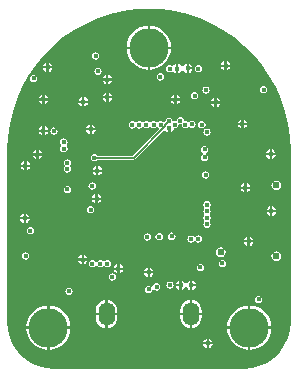
<source format=gbr>
%FSTAX25Y25*%
%MOIN*%
%SFA1B1*%

%IPPOS*%
%ADD30C,0.005000*%
%ADD34O,0.055118X0.076772*%
%ADD35C,0.131000*%
%ADD36C,0.016000*%
%ADD37C,0.024000*%
%LNdigit_copper_signal_1-1*%
%LPD*%
G36*
X0053571Y0117908D02*
X0057893Y0117305D01*
X0062141Y0116306*
X0066279Y0114919*
X0070271Y0113157*
X0074083Y0111033*
X0077683Y0108567*
X008104Y0105779*
X0084126Y0102694*
X0086914Y0099336*
X008938Y0095736*
X0091503Y0091924*
X0093266Y0087932*
X0094653Y0083794*
X0095652Y0079547*
X0096255Y0075225*
X0096456Y0070866*
Y0013779*
X0096217Y0011044*
X0095506Y0008393*
X0094346Y0005905*
X0092772Y0003656*
X0090831Y0001715*
X0088582Y0000141*
X0086094Y-0001018*
X0083443Y-0001729*
X0080708Y-0001968*
X0017716*
X0014981Y-0001729*
X001233Y-0001018*
X0009842Y0000141*
X0007593Y0001715*
X0005652Y0003656*
X0004078Y0005905*
X0002918Y0008393*
X0002207Y0011044*
X0001968Y0013779*
Y0070866*
X000217Y0075225*
X0002772Y0079547*
X0003771Y0083794*
X0005158Y0087932*
X0006921Y0091924*
X0009044Y0095736*
X001151Y0099336*
X0014298Y0102694*
X0017384Y0105779*
X0020741Y0108567*
X0024341Y0111033*
X0028154Y0113157*
X0032145Y0114919*
X0036283Y0116306*
X0040531Y0117305*
X0044853Y0117908*
X0049212Y011811*
X0053571Y0117908*
G37*
%LNdigit_copper_signal_1-2*%
%LPC*%
G36*
X0049612Y0112464D02*
Y0105518D01*
X0056558*
X0056456Y0106558*
X0056035Y0107944*
X0055353Y0109221*
X0054434Y011034*
X0053315Y0111258*
X0052038Y0111941*
X0050653Y0112361*
X0049612Y0112464*
G37*
G36*
X0048812D02*
X0047771Y0112361D01*
X0046386Y0111941*
X0045109Y0111258*
X004399Y011034*
X0043071Y0109221*
X0042389Y0107944*
X0041968Y0106558*
X0041866Y0105518*
X0048812*
Y0112464*
G37*
G36*
X0031462Y0103585D02*
X0030994Y0103492D01*
X0030597Y0103227*
X0030331Y010283*
X0030238Y0102362*
X0030331Y0101894*
X0030597Y0101497*
X0030994Y0101231*
X0031462Y0101138*
X003193Y0101231*
X0032327Y0101497*
X0032592Y0101894*
X0032685Y0102362*
X0032592Y010283*
X0032327Y0103227*
X003193Y0103492*
X0031462Y0103585*
G37*
G36*
X00752Y0100651D02*
Y00995D01*
X0076351*
X0076307Y0099724*
X0075953Y0100253*
X0075424Y0100607*
X00752Y0100651*
G37*
G36*
X00744D02*
X0074175Y0100607D01*
X0073646Y0100253*
X0073292Y0099724*
X0073248Y00995*
X00744*
Y0100651*
G37*
G36*
X0058261Y0099706D02*
X0058037Y0099662D01*
X0057507Y0099308*
X0057449Y0099221*
X0056796Y0099144*
X0056668Y009923*
X00562Y0099323*
X0055731Y009923*
X0055334Y0098965*
X0055069Y0098568*
X0054976Y00981*
X0055069Y0097631*
X0055334Y0097234*
X0055731Y0096969*
X00562Y0096876*
X0056668Y0096969*
X0056847Y0097089*
X0057486Y0097033*
X0057507Y0097001*
X0058037Y0096647*
X0058261Y0096603*
Y0098155*
Y0099706*
G37*
G36*
X00159Y0100151D02*
Y0099D01*
X0017051*
X0017007Y0099224*
X0016653Y0099753*
X0016124Y0100107*
X00159Y0100151*
G37*
G36*
X00151D02*
X0014875Y0100107D01*
X0014346Y0099753*
X0013992Y0099224*
X0013948Y0099*
X00151*
Y0100151*
G37*
G36*
X0061804Y0099851D02*
X006158Y0099807D01*
X0061051Y0099453*
X0060697Y0098924*
X0060673Y0098803*
X0060213Y0098781*
X0060161Y009879*
X0059815Y0099308*
X0059285Y0099662*
X0059061Y0099706*
Y0098155*
Y0096603*
X0059285Y0096647*
X0059815Y0097001*
X0060168Y009753*
X0060192Y0097651*
X0060652Y0097673*
X0060705Y0097664*
X0061051Y0097146*
X006158Y0096792*
X0061804Y0096748*
Y00983*
Y0099851*
G37*
G36*
X0062604D02*
Y00987D01*
X0063756*
X0063711Y0098924*
X0063358Y0099453*
X0062829Y0099807*
X0062604Y0099851*
G37*
G36*
X0056558Y0104718D02*
X0049612D01*
Y0097771*
X0050653Y0097874*
X0052038Y0098294*
X0053315Y0098977*
X0054434Y0099895*
X0055353Y0101014*
X0056035Y0102291*
X0056456Y0103677*
X0056558Y0104718*
G37*
G36*
X0048812D02*
X0041866D01*
X0041968Y0103677*
X0042389Y0102291*
X0043071Y0101014*
X004399Y0099895*
X0045109Y0098977*
X0046386Y0098294*
X0047771Y0097874*
X0048812Y0097771*
Y0104718*
G37*
G36*
X0076351Y00987D02*
X00752D01*
Y0097548*
X0075424Y0097592*
X0075953Y0097946*
X0076307Y0098475*
X0076351Y00987*
G37*
G36*
X00744D02*
X0073248D01*
X0073292Y0098475*
X0073646Y0097946*
X0074175Y0097592*
X00744Y0097548*
Y00987*
G37*
G36*
X0017051Y00982D02*
X00159D01*
Y0097048*
X0016124Y0097092*
X0016653Y0097446*
X0017007Y0097975*
X0017051Y00982*
G37*
G36*
X00151D02*
X0013948D01*
X0013992Y0097975*
X0014346Y0097446*
X0014875Y0097092*
X00151Y0097048*
Y00982*
G37*
G36*
X0065748Y0099371D02*
X0065279Y0099278D01*
X0064882Y0099013*
X0064617Y0098616*
X0064524Y0098148*
X0064617Y0097679*
X0064882Y0097282*
X0065279Y0097017*
X0065748Y0096924*
X0066216Y0097017*
X0066613Y0097282*
X0066878Y0097679*
X0066971Y0098148*
X0066878Y0098616*
X0066613Y0099013*
X0066216Y0099278*
X0065748Y0099371*
G37*
G36*
X0063756Y00979D02*
X0062604D01*
Y0096748*
X0062829Y0096792*
X0063358Y0097146*
X0063711Y0097675*
X0063756Y00979*
G37*
G36*
X0032283Y0098523D02*
X0031815Y009843D01*
X0031418Y0098165*
X0031153Y0097768*
X0031059Y00973*
X0031153Y0096831*
X0031418Y0096434*
X0031815Y0096169*
X0032283Y0096076*
X0032751Y0096169*
X0033148Y0096434*
X0033413Y0096831*
X0033507Y00973*
X0033413Y0097768*
X0033148Y0098165*
X0032751Y009843*
X0032283Y0098523*
G37*
G36*
X00357Y009604D02*
Y0094888D01*
X0036851*
X0036807Y0095112*
X0036453Y0095641*
X0035924Y0095995*
X00357Y009604*
G37*
G36*
X00349D02*
X0034675Y0095995D01*
X0034146Y0095641*
X0033792Y0095112*
X0033748Y0094888*
X00349*
Y009604*
G37*
G36*
X00531Y0096623D02*
X0052631Y009653D01*
X0052234Y0096265*
X0051969Y0095868*
X0051876Y00954*
X0051969Y0094931*
X0052234Y0094534*
X0052631Y0094269*
X00531Y0094176*
X0053568Y0094269*
X0053965Y0094534*
X005423Y0094931*
X0054323Y00954*
X005423Y0095868*
X0053965Y0096265*
X0053568Y009653*
X00531Y0096623*
G37*
G36*
X00108Y0096123D02*
X0010331Y009603D01*
X0009934Y0095765*
X0009669Y0095368*
X0009576Y00949*
X0009669Y0094431*
X0009934Y0094034*
X0010331Y0093769*
X00108Y0093676*
X0011268Y0093769*
X0011665Y0094034*
X001193Y0094431*
X0012023Y00949*
X001193Y0095368*
X0011665Y0095765*
X0011268Y009603*
X00108Y0096123*
G37*
G36*
X0036851Y0094088D02*
X00357D01*
Y0092936*
X0035924Y0092981*
X0036453Y0093334*
X0036807Y0093863*
X0036851Y0094088*
G37*
G36*
X00349D02*
X0033748D01*
X0033792Y0093863*
X0034146Y0093334*
X0034675Y0092981*
X00349Y0092936*
Y0094088*
G37*
G36*
X00875Y0092365D02*
X0087031Y0092272D01*
X0086634Y0092006*
X0086369Y009161*
X0086276Y0091141*
X0086369Y0090673*
X0086634Y0090276*
X0087031Y0090011*
X00875Y0089918*
X0087968Y0090011*
X0088365Y0090276*
X008863Y0090673*
X0088723Y0091141*
X008863Y009161*
X0088365Y0092006*
X0087968Y0092272*
X00875Y0092365*
G37*
G36*
X00683Y0092223D02*
X0067831Y009213D01*
X0067434Y0091865*
X0067169Y0091468*
X0067076Y0091*
X0067169Y0090531*
X0067434Y0090134*
X0067831Y0089869*
X00683Y0089776*
X0068768Y0089869*
X0069165Y0090134*
X006943Y0090531*
X0069523Y0091*
X006943Y0091468*
X0069165Y0091865*
X0068768Y009213*
X00683Y0092223*
G37*
G36*
X00358Y0090251D02*
Y00891D01*
X0036951*
X0036907Y0089324*
X0036553Y0089853*
X0036024Y0090207*
X00358Y0090251*
G37*
G36*
X0035D02*
X0034775Y0090207D01*
X0034246Y0089853*
X0033892Y0089324*
X0033848Y00891*
X0035*
Y0090251*
G37*
G36*
X00145Y0089451D02*
Y00883D01*
X0015651*
X0015607Y0088524*
X0015253Y0089053*
X0014724Y0089407*
X00145Y0089451*
G37*
G36*
X00137D02*
X0013475Y0089407D01*
X0012946Y0089053*
X0012592Y0088524*
X0012548Y00883*
X00137*
Y0089451*
G37*
G36*
X00585Y0089347D02*
Y0088195D01*
X0059651*
X0059607Y0088419*
X0059253Y0088948*
X0058724Y0089302*
X00585Y0089347*
G37*
G36*
X00577D02*
X0057475Y0089302D01*
X0056946Y0088948*
X0056592Y0088419*
X0056548Y0088195*
X00577*
Y0089347*
G37*
G36*
X00645Y0090323D02*
X0064031Y009023D01*
X0063634Y0089965*
X0063369Y0089568*
X0063276Y00891*
X0063369Y0088631*
X0063634Y0088234*
X0064031Y0087969*
X00645Y0087876*
X0064968Y0087969*
X0065365Y0088234*
X006563Y0088631*
X0065723Y00891*
X006563Y0089568*
X0065365Y0089965*
X0064968Y009023*
X00645Y0090323*
G37*
G36*
X00277Y0088651D02*
Y00875D01*
X0028851*
X0028807Y0087724*
X0028453Y0088253*
X0027924Y0088607*
X00277Y0088651*
G37*
G36*
X00269D02*
X0026675Y0088607D01*
X0026146Y0088253*
X0025792Y0087724*
X0025748Y00875*
X00269*
Y0088651*
G37*
G36*
X00719Y0088451D02*
Y00873D01*
X0073051*
X0073007Y0087524*
X0072653Y0088053*
X0072124Y0088407*
X00719Y0088451*
G37*
G36*
X00711D02*
X0070875Y0088407D01*
X0070346Y0088053*
X0069992Y0087524*
X0069948Y00873*
X00711*
Y0088451*
G37*
G36*
X0036951Y00883D02*
X00358D01*
Y0087148*
X0036024Y0087192*
X0036553Y0087546*
X0036907Y0088075*
X0036951Y00883*
G37*
G36*
X0035D02*
X0033848D01*
X0033892Y0088075*
X0034246Y0087546*
X0034775Y0087192*
X0035Y0087148*
Y00883*
G37*
G36*
X0015651Y00875D02*
X00145D01*
Y0086348*
X0014724Y0086392*
X0015253Y0086746*
X0015607Y0087275*
X0015651Y00875*
G37*
G36*
X00137D02*
X0012548D01*
X0012592Y0087275*
X0012946Y0086746*
X0013475Y0086392*
X00137Y0086348*
Y00875*
G37*
G36*
X0059651Y0087395D02*
X00585D01*
Y0086243*
X0058724Y0086288*
X0059253Y0086641*
X0059607Y0087171*
X0059651Y0087395*
G37*
G36*
X00577D02*
X0056548D01*
X0056592Y0087171*
X0056946Y0086641*
X0057475Y0086288*
X00577Y0086243*
Y0087395*
G37*
G36*
X0028851Y00867D02*
X00277D01*
Y0085548*
X0027924Y0085592*
X0028453Y0085946*
X0028807Y0086475*
X0028851Y00867*
G37*
G36*
X00269D02*
X0025748D01*
X0025792Y0086475*
X0026146Y0085946*
X0026675Y0085592*
X00269Y0085548*
Y00867*
G37*
G36*
X0073051Y00865D02*
X00719D01*
Y0085348*
X0072124Y0085392*
X0072653Y0085746*
X0073007Y0086275*
X0073051Y00865*
G37*
G36*
X00711D02*
X0069948D01*
X0069992Y0086275*
X0070346Y0085746*
X0070875Y0085392*
X00711Y0085348*
Y00865*
G37*
G36*
X0059645Y008203D02*
X0059177Y0081937D01*
X005878Y0081672*
X0058515Y0081275*
X005848Y0081101*
X0058387Y0080802*
X0057937Y0080738*
X0057874Y0080751*
X0057583Y0080693*
X0057403Y008066*
X0057047Y0081019*
X0057035Y0081078*
X005677Y0081475*
X0056373Y008174*
X0055905Y0081833*
X0055437Y008174*
X005504Y0081475*
X0054775Y0081078*
X0054682Y008061*
X0054222Y0080356*
X0054026Y0080375*
X0054014Y0080392*
X0053617Y0080657*
X0053149Y0080751*
X0052681Y0080657*
X0052284Y0080392*
X0052269Y0080369*
X0051667*
X0051652Y0080392*
X0051255Y0080657*
X0050787Y0080751*
X0050319Y0080657*
X0049922Y0080392*
X0049907Y0080369*
X0049305*
X004929Y0080392*
X0048893Y0080657*
X0048425Y0080751*
X0047957Y0080657*
X004756Y0080392*
X004752Y0080333*
X0046965Y0080265*
X0046568Y008053*
X00461Y0080623*
X0045631Y008053*
X0045234Y0080265*
X00452Y0080214*
X0044599*
X0044565Y0080265*
X0044168Y008053*
X00437Y0080623*
X0043231Y008053*
X0042834Y0080265*
X0042569Y0079868*
X0042476Y00794*
X0042569Y0078931*
X0042834Y0078534*
X0043231Y0078269*
X00437Y0078176*
X0044168Y0078269*
X0044565Y0078534*
X0044599Y0078586*
X00452*
X0045234Y0078534*
X0045631Y0078269*
X00461Y0078176*
X0046568Y0078269*
X0046965Y0078534*
X0047004Y0078593*
X004756Y0078662*
X0047957Y0078397*
X0048425Y0078304*
X0048893Y0078397*
X004929Y0078662*
X0049305Y0078685*
X0049907*
X0049922Y0078662*
X0050319Y0078397*
X0050787Y0078304*
X0051255Y0078397*
X0051652Y0078662*
X0051667Y0078685*
X0052269*
X0052284Y0078662*
X0052528Y0078499*
X0052664Y0077929*
X0043898Y0069162*
X0032*
X0031865Y0069365*
X0031468Y006963*
X0031Y0069723*
X0030531Y006963*
X0030134Y0069365*
X0029869Y0068968*
X0029776Y00685*
X0029869Y0068031*
X0030134Y0067634*
X0030531Y0067369*
X0031Y0067276*
X0031468Y0067369*
X0031865Y0067634*
X0032Y0067837*
X0044172*
X0044426Y0067887*
X0044641Y0068031*
X0054168Y0077558*
X0054812Y0077495*
X0054896Y007737*
X0055425Y0077016*
X0055649Y0076971*
Y0078523*
X0056449*
Y0076971*
X0056673Y0077016*
X0057203Y007737*
X0057556Y0077899*
X0057646Y0078349*
X0057874Y0078304*
X0058342Y0078397*
X0058739Y0078662*
X0059004Y0079059*
X0059039Y0079233*
X0059132Y0079532*
X0059582Y0079596*
X0059645Y0079583*
X0059709Y0079596*
X0060158Y0079532*
X0060252Y0079233*
X0060286Y0079059*
X0060552Y0078662*
X0060949Y0078397*
X0061417Y0078304*
X0061885Y0078397*
X0062282Y0078662*
X006233Y0078734*
X0062734*
X0063131Y0078469*
X00636Y0078376*
X0064068Y0078469*
X0064465Y0078734*
X006473Y0079131*
X0064823Y00796*
X006473Y0080068*
X0064465Y0080465*
X0064068Y008073*
X00636Y0080823*
X0063131Y008073*
X0062734Y0080465*
X0062686Y0080392*
X0062282*
X0061885Y0080657*
X0061417Y0080751*
X0061353Y0080738*
X0060904Y0080802*
X006081Y0081101*
X0060776Y0081275*
X006051Y0081672*
X0060113Y0081937*
X0059645Y008203*
G37*
G36*
X00808Y0081256D02*
Y0080104D01*
X0081951*
X0081907Y0080329*
X0081553Y0080858*
X0081024Y0081211*
X00808Y0081256*
G37*
G36*
X008D02*
X0079775Y0081211D01*
X0079246Y0080858*
X0078892Y0080329*
X0078848Y0080104*
X008*
Y0081256*
G37*
G36*
X00303Y0079551D02*
Y00784D01*
X0031451*
X0031407Y0078624*
X0031053Y0079153*
X0030524Y0079507*
X00303Y0079551*
G37*
G36*
X00295D02*
X0029275Y0079507D01*
X0028746Y0079153*
X0028392Y0078624*
X0028348Y00784*
X00295*
Y0079551*
G37*
G36*
X00669Y0080723D02*
X0066431Y008063D01*
X0066034Y0080365*
X0065769Y0079968*
X0065676Y00795*
X0065769Y0079031*
X0066034Y0078634*
X0066431Y0078369*
X00669Y0078276*
X0067368Y0078369*
X0067765Y0078634*
X006803Y0079031*
X0068123Y00795*
X006803Y0079968*
X0067765Y0080365*
X0067368Y008063*
X00669Y0080723*
G37*
G36*
X0081951Y0079304D02*
X00808D01*
Y0078153*
X0081024Y0078197*
X0081553Y0078551*
X0081907Y007908*
X0081951Y0079304*
G37*
G36*
X008D02*
X0078848D01*
X0078892Y007908*
X0079246Y0078551*
X0079775Y0078197*
X008Y0078153*
Y0079304*
G37*
G36*
X00145Y0078951D02*
Y00778D01*
X0015651*
X0015607Y0078024*
X0015253Y0078553*
X0014724Y0078907*
X00145Y0078951*
G37*
G36*
X00137D02*
X0013475Y0078907D01*
X0012946Y0078553*
X0012592Y0078024*
X0012548Y00778*
X00137*
Y0078951*
G37*
G36*
X0031451Y00776D02*
X00303D01*
Y0076448*
X0030524Y0076492*
X0031053Y0076846*
X0031407Y0077375*
X0031451Y00776*
G37*
G36*
X00295D02*
X0028348D01*
X0028392Y0077375*
X0028746Y0076846*
X0029275Y0076492*
X00295Y0076448*
Y00776*
G37*
G36*
X0017571Y0078551D02*
X0017103Y0078458D01*
X0016706Y0078193*
X0016441Y0077796*
X0016348Y0077328*
X0016441Y007686*
X0016706Y0076463*
X0017103Y0076198*
X0017571Y0076104*
X0018039Y0076198*
X0018436Y0076463*
X0018702Y007686*
X0018795Y0077328*
X0018702Y0077796*
X0018436Y0078193*
X0018039Y0078458*
X0017571Y0078551*
G37*
G36*
X0015651Y0077D02*
X00145D01*
Y0075848*
X0014724Y0075892*
X0015253Y0076246*
X0015607Y0076775*
X0015651Y0077*
G37*
G36*
X00137D02*
X0012548D01*
X0012592Y0076775*
X0012946Y0076246*
X0013475Y0075892*
X00137Y0075848*
Y0077*
G37*
G36*
X00686Y0078223D02*
X0068131Y007813D01*
X0067734Y0077865*
X0067469Y0077468*
X0067376Y0077*
X0067469Y0076531*
X0067734Y0076134*
X0068131Y0075869*
X00686Y0075776*
X0069068Y0075869*
X0069465Y0076134*
X006973Y0076531*
X0069823Y0077*
X006973Y0077468*
X0069465Y0077865*
X0069068Y007813*
X00686Y0078223*
G37*
G36*
X00209Y0074923D02*
X0020431Y007483D01*
X0020034Y0074565*
X0019769Y0074168*
X0019676Y00737*
X0019769Y0073231*
X0019974Y0072925*
X0020009Y00726*
X0019974Y0072274*
X0019769Y0071968*
X0019676Y00715*
X0019769Y0071031*
X0020034Y0070634*
X0020431Y0070369*
X00209Y0070276*
X0021368Y0070369*
X0021765Y0070634*
X002203Y0071031*
X0022123Y00715*
X002203Y0071968*
X0021826Y0072274*
X002179Y00726*
X0021826Y0072925*
X002203Y0073231*
X0022123Y00737*
X002203Y0074168*
X0021765Y0074565*
X0021368Y007483*
X00209Y0074923*
G37*
G36*
X00903Y0071251D02*
Y00701D01*
X0091451*
X0091407Y0070324*
X0091053Y0070853*
X0090524Y0071207*
X00903Y0071251*
G37*
G36*
X00895D02*
X0089275Y0071207D01*
X0088746Y0070853*
X0088392Y0070324*
X0088348Y00701*
X00895*
Y0071251*
G37*
G36*
X00125Y0071051D02*
Y00699D01*
X0013651*
X0013607Y0070124*
X0013253Y0070653*
X0012724Y0071007*
X00125Y0071051*
G37*
G36*
X00117D02*
X0011475Y0071007D01*
X0010946Y0070653*
X0010592Y0070124*
X0010548Y00699*
X00117*
Y0071051*
G37*
G36*
X0091451Y00693D02*
X00903D01*
Y0068148*
X0090524Y0068192*
X0091053Y0068546*
X0091407Y0069075*
X0091451Y00693*
G37*
G36*
X00895D02*
X0088348D01*
X0088392Y0069075*
X0088746Y0068546*
X0089275Y0068192*
X00895Y0068148*
Y00693*
G37*
G36*
X0013651Y00691D02*
X00125D01*
Y0067948*
X0012724Y0067992*
X0013253Y0068346*
X0013607Y0068875*
X0013651Y00691*
G37*
G36*
X00117D02*
X0010548D01*
X0010592Y0068875*
X0010946Y0068346*
X0011475Y0067992*
X00117Y0067948*
Y00691*
G37*
G36*
X00678Y0072423D02*
X0067331Y007233D01*
X0066934Y0072065*
X0066669Y0071668*
X0066576Y00712*
X0066669Y0070731*
X0066934Y0070334*
X0067169Y0070177*
X0067179Y007015*
Y0069649*
X0067169Y0069622*
X0066934Y0069465*
X0066669Y0069068*
X0066576Y00686*
X0066669Y0068131*
X0066934Y0067734*
X0067331Y0067469*
X00678Y0067376*
X0068268Y0067469*
X0068665Y0067734*
X006893Y0068131*
X0069023Y00686*
X006893Y0069068*
X0068665Y0069465*
X006843Y0069622*
X006842Y0069649*
Y007015*
X006843Y0070177*
X0068665Y0070334*
X006893Y0070731*
X0069023Y00712*
X006893Y0071668*
X0068665Y0072065*
X0068268Y007233*
X00678Y0072423*
G37*
G36*
X00085Y0067299D02*
Y0066148D01*
X0009651*
X0009607Y0066372*
X0009253Y0066901*
X0008724Y0067255*
X00085Y0067299*
G37*
G36*
X00077D02*
X0007475Y0067255D01*
X0006946Y0066901*
X0006592Y0066372*
X0006548Y0066148*
X00077*
Y0067299*
G37*
G36*
X00324Y0065651D02*
Y00645D01*
X0033551*
X0033507Y0064724*
X0033153Y0065253*
X0032624Y0065607*
X00324Y0065651*
G37*
G36*
X00316D02*
X0031375Y0065607D01*
X0030846Y0065253*
X0030492Y0064724*
X0030448Y00645*
X00316*
Y0065651*
G37*
G36*
X0009651Y0065348D02*
X00085D01*
Y0064196*
X0008724Y006424*
X0009253Y0064594*
X0009607Y0065123*
X0009651Y0065348*
G37*
G36*
X00077D02*
X0006548D01*
X0006592Y0065123*
X0006946Y0064594*
X0007475Y006424*
X00077Y0064196*
Y0065348*
G37*
G36*
X00221Y0067923D02*
X0021631Y006783D01*
X0021234Y0067565*
X0020969Y0067168*
X0020876Y00667*
X0020969Y0066231*
X0021234Y0065834*
Y0065565*
X0020969Y0065168*
X0020876Y00647*
X0020969Y0064231*
X0021234Y0063834*
X0021631Y0063569*
X00221Y0063476*
X0022568Y0063569*
X0022965Y0063834*
X002323Y0064231*
X0023323Y00647*
X002323Y0065168*
X0022965Y0065565*
Y0065834*
X002323Y0066231*
X0023323Y00667*
X002323Y0067168*
X0022965Y0067565*
X0022568Y006783*
X00221Y0067923*
G37*
G36*
X0033551Y00637D02*
X00324D01*
Y0062548*
X0032624Y0062592*
X0033153Y0062946*
X0033507Y0063475*
X0033551Y00637*
G37*
G36*
X00316D02*
X0030448D01*
X0030492Y0063475*
X0030846Y0062946*
X0031375Y0062592*
X00316Y0062548*
Y00637*
G37*
G36*
X00682Y0063923D02*
X0067731Y006383D01*
X0067334Y0063565*
X0067069Y0063168*
X0066976Y00627*
X0067069Y0062231*
X0067334Y0061834*
X0067731Y0061569*
X00682Y0061476*
X0068668Y0061569*
X0069065Y0061834*
X006933Y0062231*
X0069423Y00627*
X006933Y0063168*
X0069065Y0063565*
X0068668Y006383*
X00682Y0063923*
G37*
G36*
X00818Y005999D02*
Y0058839D01*
X0082951*
X0082907Y0059063*
X0082553Y0059592*
X0082024Y0059946*
X00818Y005999*
G37*
G36*
X0081D02*
X0080775Y0059946D01*
X0080246Y0059592*
X0079892Y0059063*
X0079848Y0058839*
X0081*
Y005999*
G37*
G36*
X0030315Y0060278D02*
X0029846Y0060185D01*
X0029449Y005992*
X0029184Y0059523*
X0029091Y0059055*
X0029184Y0058586*
X0029449Y005819*
X0029846Y0057924*
X0030315Y0057831*
X0030783Y0057924*
X003118Y005819*
X0031445Y0058586*
X0031538Y0059055*
X0031445Y0059523*
X003118Y005992*
X0030783Y0060185*
X0030315Y0060278*
G37*
G36*
X0091732Y0060831D02*
X0091108Y0060707D01*
X0090578Y0060353*
X0090225Y0059824*
X00901Y00592*
X0090225Y0058575*
X0090578Y0058046*
X0091108Y0057692*
X0091732Y0057568*
X0092356Y0057692*
X0092885Y0058046*
X0093239Y0058575*
X0093363Y00592*
X0093239Y0059824*
X0092885Y0060353*
X0092356Y0060707*
X0091732Y0060831*
G37*
G36*
X0082951Y0058039D02*
X00818D01*
Y0056887*
X0082024Y0056932*
X0082553Y0057285*
X0082907Y0057814*
X0082951Y0058039*
G37*
G36*
X0081D02*
X0079848D01*
X0079892Y0057814*
X0080246Y0057285*
X0080775Y0056932*
X0081Y0056887*
Y0058039*
G37*
G36*
X0022037Y005916D02*
X0021568Y0059067D01*
X0021171Y0058802*
X0020906Y0058405*
X0020813Y0057937*
X0020906Y0057468*
X0021171Y0057071*
X0021568Y0056806*
X0022037Y0056713*
X0022505Y0056806*
X0022902Y0057071*
X0023167Y0057468*
X002326Y0057937*
X0023167Y0058405*
X0022902Y0058802*
X0022505Y0059067*
X0022037Y005916*
G37*
G36*
X00322Y0056276D02*
Y0055124D01*
X0033351*
X0033307Y0055348*
X0032953Y0055877*
X0032424Y0056231*
X00322Y0056276*
G37*
G36*
X00314D02*
X0031175Y0056231D01*
X0030646Y0055877*
X0030292Y0055348*
X0030248Y0055124*
X00314*
Y0056276*
G37*
G36*
X0033351Y0054324D02*
X00322D01*
Y0053172*
X0032424Y0053217*
X0032953Y005357*
X0033307Y00541*
X0033351Y0054324*
G37*
G36*
X00314D02*
X0030248D01*
X0030292Y00541*
X0030646Y005357*
X0031175Y0053217*
X00314Y0053172*
Y0054324*
G37*
G36*
X00904Y0052251D02*
Y00511D01*
X0091551*
X0091507Y0051324*
X0091153Y0051853*
X0090624Y0052207*
X00904Y0052251*
G37*
G36*
X00896D02*
X0089375Y0052207D01*
X0088846Y0051853*
X0088492Y0051324*
X0088448Y00511*
X00896*
Y0052251*
G37*
G36*
X00298Y0052417D02*
X0029331Y0052324D01*
X0028934Y0052058*
X0028669Y0051661*
X0028576Y0051193*
X0028669Y0050725*
X0028934Y0050328*
X0029331Y0050063*
X00298Y004997*
X0030268Y0050063*
X0030665Y0050328*
X003093Y0050725*
X0031023Y0051193*
X003093Y0051661*
X0030665Y0052058*
X0030268Y0052324*
X00298Y0052417*
G37*
G36*
X0091551Y00503D02*
X00904D01*
Y0049148*
X0090624Y0049192*
X0091153Y0049546*
X0091507Y0050075*
X0091551Y00503*
G37*
G36*
X00896D02*
X0088448D01*
X0088492Y0050075*
X0088846Y0049546*
X0089375Y0049192*
X00896Y0049148*
Y00503*
G37*
G36*
X00083Y0049827D02*
Y0048675D01*
X0009451*
X0009407Y0048899*
X0009053Y0049428*
X0008524Y0049782*
X00083Y0049827*
G37*
G36*
X00075D02*
X0007275Y0049782D01*
X0006746Y0049428*
X0006392Y0048899*
X0006348Y0048675*
X00075*
Y0049827*
G37*
G36*
X0009451Y0047875D02*
X00083D01*
Y0046723*
X0008524Y0046768*
X0009053Y0047121*
X0009407Y004765*
X0009451Y0047875*
G37*
G36*
X00075D02*
X0006348D01*
X0006392Y004765*
X0006746Y0047121*
X0007275Y0046768*
X00075Y0046723*
Y0047875*
G37*
G36*
X00686Y0054069D02*
X0068131Y0053975D01*
X0067734Y005371*
X0067469Y0053313*
X0067376Y0052845*
X0067469Y0052377*
X0067734Y005198*
X0067746Y0051972*
Y0051472*
X0067734Y0051465*
X0067469Y0051068*
X0067376Y00506*
X0067469Y0050131*
X0067662Y0049843*
X0067705Y0049512*
X0067662Y0049181*
X0067469Y0048893*
X0067376Y0048425*
X0067469Y0047957*
X0067685Y0047633*
X0067734Y0047371*
Y0047254*
X0067685Y0046991*
X0067469Y0046668*
X0067376Y00462*
X0067469Y0045731*
X0067734Y0045334*
X0068131Y0045069*
X00686Y0044976*
X0069068Y0045069*
X0069465Y0045334*
X006973Y0045731*
X0069823Y00462*
X006973Y0046668*
X0069514Y0046991*
X0069465Y0047254*
Y0047371*
X0069514Y0047633*
X006973Y0047957*
X0069823Y0048425*
X006973Y0048893*
X0069537Y0049181*
X0069494Y0049512*
X0069537Y0049843*
X006973Y0050131*
X0069823Y00506*
X006973Y0051068*
X0069465Y0051465*
X0069453Y0051472*
Y0051972*
X0069465Y005198*
X006973Y0052377*
X0069823Y0052845*
X006973Y0053313*
X0069465Y005371*
X0069068Y0053975*
X00686Y0054069*
G37*
G36*
X00097Y0045323D02*
X0009231Y004523D01*
X0008834Y0044965*
X0008569Y0044568*
X0008476Y00441*
X0008569Y0043631*
X0008834Y0043234*
X0009231Y0042969*
X00097Y0042876*
X0010168Y0042969*
X0010565Y0043234*
X001083Y0043631*
X0010923Y00441*
X001083Y0044568*
X0010565Y0044965*
X0010168Y004523*
X00097Y0045323*
G37*
G36*
X0065748Y0042562D02*
X0065279Y0042469D01*
X0064882Y0042203*
X0064818Y0042107*
X0064217*
X0064152Y0042203*
X0063755Y0042469*
X0063287Y0042562*
X0062819Y0042469*
X0062422Y0042203*
X0062157Y0041806*
X0062063Y0041338*
X0062157Y004087*
X0062422Y0040473*
X0062819Y0040208*
X0063287Y0040115*
X0063755Y0040208*
X0064152Y0040473*
X0064217Y0040569*
X0064818*
X0064882Y0040473*
X0065279Y0040208*
X0065748Y0040115*
X0066216Y0040208*
X0066613Y0040473*
X0066878Y004087*
X0066971Y0041338*
X0066878Y0041806*
X0066613Y0042203*
X0066216Y0042469*
X0065748Y0042562*
G37*
G36*
X0056889Y0043546D02*
X0056421Y0043453D01*
X0056024Y0043188*
X0055759Y0042791*
X0055666Y0042322*
X0055759Y0041854*
X0056024Y0041457*
X0056421Y0041192*
X0056889Y0041099*
X0057358Y0041192*
X0057754Y0041457*
X005802Y0041854*
X0058113Y0042322*
X005802Y0042791*
X0057754Y0043188*
X0057358Y0043453*
X0056889Y0043546*
G37*
G36*
X00829Y0042151D02*
Y0041D01*
X0084051*
X0084007Y0041224*
X0083653Y0041753*
X0083124Y0042107*
X00829Y0042151*
G37*
G36*
X00821D02*
X0081875Y0042107D01*
X0081346Y0041753*
X0080992Y0041224*
X0080948Y0041*
X00821*
Y0042151*
G37*
G36*
X0052657Y0043349D02*
X0052189Y0043256D01*
X0051792Y0042991*
X0051527Y0042594*
X0051434Y0042126*
X0051527Y0041657*
X0051792Y004126*
X0052189Y0040995*
X0052657Y0040902*
X0053125Y0040995*
X0053522Y004126*
X0053787Y0041657*
X0053881Y0042126*
X0053787Y0042594*
X0053522Y0042991*
X0053125Y0043256*
X0052657Y0043349*
G37*
G36*
X004872Y0043251D02*
X0048252Y0043157D01*
X0047855Y0042892*
X004759Y0042495*
X0047497Y0042027*
X004759Y0041559*
X0047855Y0041162*
X0048252Y0040897*
X004872Y0040804*
X0049188Y0040897*
X0049585Y0041162*
X004985Y0041559*
X0049944Y0042027*
X004985Y0042495*
X0049585Y0042892*
X0049188Y0043157*
X004872Y0043251*
G37*
G36*
X0084051Y00402D02*
X00829D01*
Y0039048*
X0083124Y0039092*
X0083653Y0039446*
X0084007Y0039975*
X0084051Y00402*
G37*
G36*
X00821D02*
X0080948D01*
X0080992Y0039975*
X0081346Y0039446*
X0081875Y0039092*
X00821Y0039048*
Y00402*
G37*
G36*
X0073228Y0038631D02*
X0072604Y0038507D01*
X0072074Y0038153*
X0071721Y0037624*
X0071597Y0037*
X0071721Y0036375*
X0072074Y0035846*
X0072604Y0035492*
X0073228Y0035368*
X0073852Y0035492*
X0074381Y0035846*
X0074735Y0036375*
X0074859Y0037*
X0074735Y0037624*
X0074381Y0038153*
X0073852Y0038507*
X0073228Y0038631*
G37*
G36*
X00276Y0036051D02*
Y00349D01*
X0028751*
X0028707Y0035124*
X0028353Y0035653*
X0027824Y0036007*
X00276Y0036051*
G37*
G36*
X00268D02*
X0026575Y0036007D01*
X0026046Y0035653*
X0025692Y0035124*
X0025648Y00349*
X00268*
Y0036051*
G37*
G36*
X00082Y0036923D02*
X0007731Y003683D01*
X0007334Y0036565*
X0007069Y0036168*
X0006976Y00357*
X0007069Y0035231*
X0007334Y0034834*
X0007731Y0034569*
X00082Y0034476*
X0008668Y0034569*
X0009065Y0034834*
X000933Y0035231*
X0009423Y00357*
X000933Y0036168*
X0009065Y0036565*
X0008668Y003683*
X00082Y0036923*
G37*
G36*
X0091732Y0037263D02*
X0091108Y0037139D01*
X0090578Y0036785*
X0090225Y0036256*
X00901Y0035632*
X0090225Y0035008*
X0090578Y0034478*
X0091108Y0034125*
X0091732Y0034*
X0092356Y0034125*
X0092885Y0034478*
X0093239Y0035008*
X0093363Y0035632*
X0093239Y0036256*
X0092885Y0036785*
X0092356Y0037139*
X0091732Y0037263*
G37*
G36*
X00354Y0034323D02*
X0034931Y003423D01*
X0034534Y0033965*
X00345Y0033914*
X0033899*
X0033865Y0033965*
X0033468Y003423*
X0033Y0034323*
X0032531Y003423*
X0032134Y0033965*
X0031977Y003373*
X003195Y003372*
X0031449*
X0031422Y003373*
X0031265Y0033965*
X0030868Y003423*
X00304Y0034323*
X0029931Y003423*
X0029534Y0033965*
X0029269Y0033568*
X0029176Y00331*
X0029269Y0032631*
X0029534Y0032234*
X0029931Y0031969*
X00304Y0031876*
X0030868Y0031969*
X0031265Y0032234*
X0031422Y0032469*
X0031449Y0032479*
X003195*
X0031977Y0032469*
X0032134Y0032234*
X0032531Y0031969*
X0033Y0031876*
X0033468Y0031969*
X0033865Y0032234*
X0033899Y0032286*
X00345*
X0034534Y0032234*
X0034931Y0031969*
X00354Y0031876*
X0035868Y0031969*
X0036265Y0032234*
X003653Y0032631*
X0036623Y00331*
X003653Y0033568*
X0036265Y0033965*
X0035868Y003423*
X00354Y0034323*
G37*
G36*
X0028751Y00341D02*
X00276D01*
Y0032948*
X0027824Y0032992*
X0028353Y0033346*
X0028707Y0033875*
X0028751Y00341*
G37*
G36*
X00268D02*
X0025648D01*
X0025692Y0033875*
X0026046Y0033346*
X0026575Y0032992*
X00268Y0032948*
Y00341*
G37*
G36*
X00737Y0034423D02*
X0073231Y003433D01*
X0072834Y0034065*
X0072569Y0033668*
X0072476Y00332*
X0072569Y0032731*
X0072834Y0032334*
X0073231Y0032069*
X00737Y0031976*
X0074168Y0032069*
X0074565Y0032334*
X007483Y0032731*
X0074923Y00332*
X007483Y0033668*
X0074565Y0034065*
X0074168Y003433*
X00737Y0034423*
G37*
G36*
X00395Y0032968D02*
Y0031816D01*
X0040651*
X0040607Y003204*
X0040253Y003257*
X0039724Y0032923*
X00395Y0032968*
G37*
G36*
X00387D02*
X0038475Y0032923D01*
X0037946Y003257*
X0037592Y003204*
X0037548Y0031816*
X00387*
Y0032968*
G37*
G36*
X0049612Y0031851D02*
Y00307D01*
X0050764*
X0050719Y0030924*
X0050366Y0031453*
X0049836Y0031807*
X0049612Y0031851*
G37*
G36*
X0048812D02*
X0048588Y0031807D01*
X0048059Y0031453*
X0047705Y0030924*
X004766Y00307*
X0048812*
Y0031851*
G37*
G36*
X0066389Y0033113D02*
X0065921Y003302D01*
X0065524Y0032754*
X0065259Y0032358*
X0065166Y0031889*
X0065259Y0031421*
X0065524Y0031024*
X0065921Y0030759*
X0066389Y0030666*
X0066858Y0030759*
X0067254Y0031024*
X006752Y0031421*
X0067613Y0031889*
X006752Y0032358*
X0067254Y0032754*
X0066858Y003302*
X0066389Y0033113*
G37*
G36*
X0040651Y0031016D02*
X00395D01*
Y0029864*
X0039724Y0029909*
X0040253Y0030262*
X0040607Y0030792*
X0040651Y0031016*
G37*
G36*
X00387D02*
X0037548D01*
X0037592Y0030792*
X0037946Y0030262*
X0038475Y0029909*
X00387Y0029864*
Y0031016*
G37*
G36*
X0050764Y00299D02*
X0049612D01*
Y0028748*
X0049836Y0028792*
X0050366Y0029146*
X0050719Y0029675*
X0050764Y00299*
G37*
G36*
X0048812D02*
X004766D01*
X0047705Y0029675*
X0048059Y0029146*
X0048588Y0028792*
X0048812Y0028748*
Y00299*
G37*
G36*
X0037007Y0029921D02*
X0036539Y0029828D01*
X0036142Y0029562*
X0035877Y0029165*
X0035784Y0028697*
X0035877Y0028229*
X0036142Y0027832*
X0036539Y0027567*
X0037007Y0027474*
X0037476Y0027567*
X0037873Y0027832*
X0038138Y0028229*
X0038231Y0028697*
X0038138Y0029165*
X0037873Y0029562*
X0037476Y0029828*
X0037007Y0029921*
G37*
G36*
X0062887Y0027551D02*
X0062663Y0027507D01*
X0062133Y0027153*
X0061808Y0026666*
X0061543Y0026641*
X0061278Y0026666*
X0060953Y0027153*
X0060424Y0027507*
X00602Y0027551*
Y0026*
Y0024448*
X0060424Y0024492*
X0060953Y0024846*
X0061278Y0025333*
X0061543Y0025358*
X0061808Y0025333*
X0062133Y0024846*
X0062663Y0024492*
X0062887Y0024448*
Y0026*
Y0027551*
G37*
G36*
X0063687D02*
Y00264D01*
X0064839*
X0064794Y0026624*
X006444Y0027153*
X0063911Y0027507*
X0063687Y0027551*
G37*
G36*
X00594D02*
X0059175Y0027507D01*
X0058646Y0027153*
X0058292Y0026624*
X0058248Y00264*
X00594*
Y0027551*
G37*
G36*
X00518Y0026623D02*
X0051331Y002653D01*
X0050934Y0026265*
X0050669Y0025868*
X005061Y0025568*
X0050098Y0025433*
X0050077Y0025465*
X004968Y002573*
X0049212Y0025823*
X0048744Y002573*
X0048347Y0025465*
X0048082Y0025068*
X0047989Y00246*
X0048082Y0024131*
X0048347Y0023734*
X0048744Y0023469*
X0049212Y0023376*
X004968Y0023469*
X0050077Y0023734*
X0050343Y0024131*
X0050402Y0024431*
X0050913Y0024566*
X0050934Y0024534*
X0051331Y0024269*
X00518Y0024176*
X0052268Y0024269*
X0052665Y0024534*
X005293Y0024931*
X0053023Y00254*
X005293Y0025868*
X0052665Y0026265*
X0052268Y002653*
X00518Y0026623*
G37*
G36*
X00563Y0027223D02*
X0055831Y002713D01*
X0055434Y0026865*
X0055169Y0026468*
X0055076Y0026*
X0055169Y0025531*
X0055434Y0025134*
X0055831Y0024869*
X00563Y0024776*
X0056768Y0024869*
X0057165Y0025134*
X005743Y0025531*
X0057523Y0026*
X005743Y0026468*
X0057165Y0026865*
X0056768Y002713*
X00563Y0027223*
G37*
G36*
X0064839Y00256D02*
X0063687D01*
Y0024448*
X0063911Y0024492*
X006444Y0024846*
X0064794Y0025375*
X0064839Y00256*
G37*
G36*
X00594D02*
X0058248D01*
X0058292Y0025375*
X0058646Y0024846*
X0059175Y0024492*
X00594Y0024448*
Y00256*
G37*
G36*
X00226Y0025123D02*
X0022131Y002503D01*
X0021734Y0024765*
X0021469Y0024368*
X0021376Y00239*
X0021469Y0023431*
X0021734Y0023034*
X0022131Y0022769*
X00226Y0022676*
X0023068Y0022769*
X0023465Y0023034*
X002373Y0023431*
X0023823Y00239*
X002373Y0024368*
X0023465Y0024765*
X0023068Y002503*
X00226Y0025123*
G37*
G36*
X008582Y0022423D02*
X0085351Y002233D01*
X0084954Y0022065*
X0084689Y0021668*
X0084596Y00212*
X0084689Y0020731*
X0084954Y0020334*
X0085351Y0020069*
X008582Y0019976*
X0086288Y0020069*
X0086685Y0020334*
X008695Y0020731*
X0087043Y00212*
X008695Y0021668*
X0086685Y0022065*
X0086288Y002233*
X008582Y0022423*
G37*
G36*
X0035537Y0020974D02*
Y0016758D01*
X0038724*
Y0017441*
X0038602Y0018369*
X0038243Y0019234*
X0037673Y0019977*
X0036931Y0020547*
X0036066Y0020905*
X0035537Y0020974*
G37*
G36*
X0063687D02*
Y0016758D01*
X0066874*
Y0017441*
X0066751Y0018369*
X0066393Y0019234*
X0065823Y0019977*
X006508Y0020547*
X0064215Y0020905*
X0063687Y0020974*
G37*
G36*
X0034737D02*
X0034209Y0020905D01*
X0033344Y0020547*
X0032601Y0019977*
X0032031Y0019234*
X0031673Y0018369*
X0031551Y0017441*
Y0016758*
X0034737*
Y0020974*
G37*
G36*
X0062887D02*
X0062359Y0020905D01*
X0061494Y0020547*
X0060751Y0019977*
X0060181Y0019234*
X0059823Y0018369*
X00597Y0017441*
Y0016758*
X0062887*
Y0020974*
G37*
G36*
X0083077Y0019157D02*
Y001221D01*
X0090023*
X008992Y0013251*
X00895Y0014637*
X0088817Y0015914*
X0087899Y0017033*
X008678Y0017951*
X0085503Y0018634*
X0084117Y0019054*
X0083077Y0019157*
G37*
G36*
X0082277D02*
X0081236Y0019054D01*
X007985Y0018634*
X0078573Y0017951*
X0077454Y0017033*
X0076536Y0015914*
X0075853Y0014637*
X0075433Y0013251*
X007533Y001221*
X0082277*
Y0019157*
G37*
G36*
X0016148D02*
Y001221D01*
X0023094*
X0022991Y0013251*
X0022571Y0014637*
X0021888Y0015914*
X002097Y0017033*
X0019851Y0017951*
X0018574Y0018634*
X0017188Y0019054*
X0016148Y0019157*
G37*
G36*
X0015348D02*
X0014307Y0019054D01*
X0012921Y0018634*
X0011644Y0017951*
X0010525Y0017033*
X0009607Y0015914*
X0008924Y0014637*
X0008504Y0013251*
X0008401Y001221*
X0015348*
Y0019157*
G37*
G36*
X0062887Y0015958D02*
X00597D01*
Y0015275*
X0059823Y0014347*
X0060181Y0013482*
X0060751Y0012739*
X0061494Y0012169*
X0062359Y0011811*
X0062887Y0011741*
Y0015958*
G37*
G36*
X0034737D02*
X0031551D01*
Y0015275*
X0031673Y0014347*
X0032031Y0013482*
X0032601Y0012739*
X0033344Y0012169*
X0034209Y0011811*
X0034737Y0011741*
Y0015958*
G37*
G36*
X0066874D02*
X0063687D01*
Y0011741*
X0064215Y0011811*
X006508Y0012169*
X0065823Y0012739*
X0066393Y0013482*
X0066751Y0014347*
X0066874Y0015275*
Y0015958*
G37*
G36*
X0038724D02*
X0035537D01*
Y0011741*
X0036066Y0011811*
X0036931Y0012169*
X0037673Y0012739*
X0038243Y0013482*
X0038602Y0014347*
X0038724Y0015275*
Y0015958*
G37*
G36*
X0069325Y0008177D02*
Y0007025D01*
X0070477*
X0070432Y0007249*
X0070078Y0007778*
X0069549Y0008132*
X0069325Y0008177*
G37*
G36*
X0068525D02*
X00683Y0008132D01*
X0067771Y0007778*
X0067418Y0007249*
X0067373Y0007025*
X0068525*
Y0008177*
G37*
G36*
X0070477Y0006225D02*
X0069325D01*
Y0005073*
X0069549Y0005118*
X0070078Y0005471*
X0070432Y0006*
X0070477Y0006225*
G37*
G36*
X0068525D02*
X0067373D01*
X0067418Y0006*
X0067771Y0005471*
X00683Y0005118*
X0068525Y0005073*
Y0006225*
G37*
G36*
X0090023Y001141D02*
X0083077D01*
Y0004464*
X0084117Y0004567*
X0085503Y0004987*
X008678Y000567*
X0087899Y0006588*
X0088817Y0007707*
X00895Y0008984*
X008992Y001037*
X0090023Y001141*
G37*
G36*
X0082277D02*
X007533D01*
X0075433Y001037*
X0075853Y0008984*
X0076536Y0007707*
X0077454Y0006588*
X0078573Y000567*
X007985Y0004987*
X0081236Y0004567*
X0082277Y0004464*
Y001141*
G37*
G36*
X0023094D02*
X0016148D01*
Y0004464*
X0017188Y0004567*
X0018574Y0004987*
X0019851Y000567*
X002097Y0006588*
X0021888Y0007707*
X0022571Y0008984*
X0022991Y001037*
X0023094Y001141*
G37*
G36*
X0015348D02*
X0008401D01*
X0008504Y001037*
X0008924Y0008984*
X0009607Y0007707*
X0010525Y0006588*
X0011644Y000567*
X0012921Y0004987*
X0014307Y0004567*
X0015348Y0004464*
Y001141*
G37*
%LNdigit_copper_signal_1-3*%
%LPD*%
G54D30*
X0054599Y0079304D02*
X0055905Y008061D01*
X0054599Y0078927D02*
Y0079304D01*
X0044172Y00685D02*
X0054599Y0078927D01*
X0031Y00685D02*
X0044172D01*
G54D34*
X0063287Y0016358D03*
X0035137D03*
G54D35*
X0049212Y0105118D03*
X0015748Y001181D03*
X0082677D03*
G54D36*
X0055905Y008061D03*
X0053149Y0079527D03*
X0056049Y0078523D03*
X0050787Y0079527D03*
X00581Y0087795D03*
X0048425Y0079527D03*
X0057874D03*
X0061417D03*
X004872Y0042027D03*
X0052657Y0042126D03*
X0056889Y0042322D03*
X0037007Y0028697D03*
X00298Y0051193D03*
X0017571Y0077328D03*
X00562Y00981D03*
X00645Y00891D03*
X00737Y00332D03*
X00082Y00357D03*
X00531Y00954D03*
X00683Y0091D03*
X00353Y0094488D03*
X0032283Y00973D03*
X00108Y00949D03*
X0033Y00331D03*
X00304D03*
X00354D03*
X0068925Y0006625D03*
X00299Y0078D03*
X00354Y00887D03*
X00391Y0031416D03*
X0062204Y00983D03*
X0058661Y0098155D03*
X0065748Y0098148D03*
X00081Y0065748D03*
X00079Y0048275D03*
X00155Y00986D03*
X00273Y00871D03*
X00748Y00991D03*
X00715Y00869D03*
X00814Y0058439D03*
X00804Y0079704D03*
X00899Y00697D03*
X009Y00507D03*
X00825Y00406D03*
X0049212Y00303D03*
X0063287Y0026D03*
X00598D03*
X00272Y00345D03*
X00121Y00695D03*
X00141Y00774D03*
Y00879D03*
X00226Y00239D03*
X0031462Y0102362D03*
X00875Y0091141D03*
X008582Y00212D03*
X0032Y00641D03*
X00318Y0054724D03*
X00097Y00441D03*
X0049212Y00246D03*
X00518Y00254D03*
X00209Y00737D03*
Y00715D03*
X0059645Y0080807D03*
X0022037Y0057937D03*
X0066389Y0031889D03*
X00563Y0026D03*
X00682Y00627D03*
X00221Y00667D03*
Y00647D03*
X00437Y00794D03*
X00461D03*
X00678Y00686D03*
X00686Y00462D03*
Y0048425D03*
Y00506D03*
Y0052845D03*
X00678Y00712D03*
X0031Y00685D03*
X00686Y0077D03*
X00669Y00795D03*
X00636Y00796D03*
X0063287Y0041338D03*
X0065748D03*
X0030315Y0059055D03*
G54D37*
X0091732Y00592D03*
X0073228Y0037D03*
X0091732Y0035632D03*
M02*
</source>
